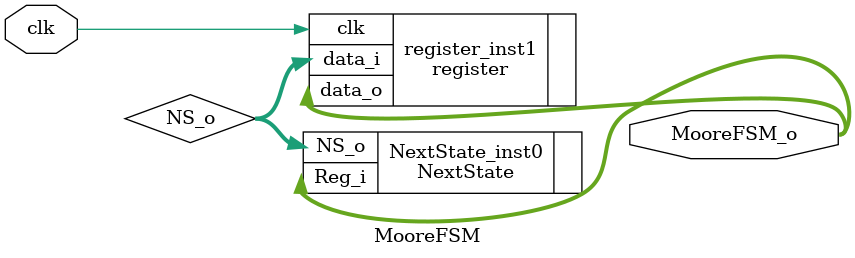
<source format=v>
module MooreFSM(clk,MooreFSM_o);
//input 
input clk;
//output
output[4:0] MooreFSM_o;
//data types for port
wire clk;
wire [4:0] NS_o;
wire [4:0] MooreFSM_o;

NextState NextState_inst0(
	.NS_o(NS_o),
	.Reg_i(MooreFSM_o)
);
register register_inst1(
	.clk(clk),
	.data_i(NS_o),
	.data_o(MooreFSM_o)
);
endmodule
</source>
